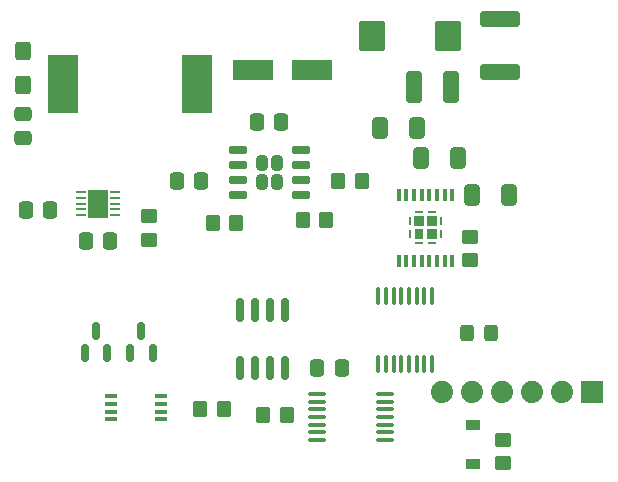
<source format=gbr>
%TF.GenerationSoftware,KiCad,Pcbnew,6.0.11-2627ca5db0~126~ubuntu22.04.1*%
%TF.CreationDate,2023-02-17T22:47:29-05:00*%
%TF.ProjectId,lin-valve-control,6c696e2d-7661-46c7-9665-2d636f6e7472,1.0*%
%TF.SameCoordinates,Original*%
%TF.FileFunction,Paste,Top*%
%TF.FilePolarity,Positive*%
%FSLAX46Y46*%
G04 Gerber Fmt 4.6, Leading zero omitted, Abs format (unit mm)*
G04 Created by KiCad (PCBNEW 6.0.11-2627ca5db0~126~ubuntu22.04.1) date 2023-02-17 22:47:29*
%MOMM*%
%LPD*%
G01*
G04 APERTURE LIST*
G04 Aperture macros list*
%AMRoundRect*
0 Rectangle with rounded corners*
0 $1 Rounding radius*
0 $2 $3 $4 $5 $6 $7 $8 $9 X,Y pos of 4 corners*
0 Add a 4 corners polygon primitive as box body*
4,1,4,$2,$3,$4,$5,$6,$7,$8,$9,$2,$3,0*
0 Add four circle primitives for the rounded corners*
1,1,$1+$1,$2,$3*
1,1,$1+$1,$4,$5*
1,1,$1+$1,$6,$7*
1,1,$1+$1,$8,$9*
0 Add four rect primitives between the rounded corners*
20,1,$1+$1,$2,$3,$4,$5,0*
20,1,$1+$1,$4,$5,$6,$7,0*
20,1,$1+$1,$6,$7,$8,$9,0*
20,1,$1+$1,$8,$9,$2,$3,0*%
G04 Aperture macros list end*
%ADD10RoundRect,0.100000X-0.637500X-0.100000X0.637500X-0.100000X0.637500X0.100000X-0.637500X0.100000X0*%
%ADD11RoundRect,0.100000X-0.100000X0.637500X-0.100000X-0.637500X0.100000X-0.637500X0.100000X0.637500X0*%
%ADD12RoundRect,0.250000X0.325000X0.450000X-0.325000X0.450000X-0.325000X-0.450000X0.325000X-0.450000X0*%
%ADD13R,1.100000X0.400000*%
%ADD14RoundRect,0.250000X0.450000X-0.350000X0.450000X0.350000X-0.450000X0.350000X-0.450000X-0.350000X0*%
%ADD15RoundRect,0.250000X0.350000X0.450000X-0.350000X0.450000X-0.350000X-0.450000X0.350000X-0.450000X0*%
%ADD16RoundRect,0.250000X-0.475000X0.337500X-0.475000X-0.337500X0.475000X-0.337500X0.475000X0.337500X0*%
%ADD17RoundRect,0.250000X1.450000X-0.400000X1.450000X0.400000X-1.450000X0.400000X-1.450000X-0.400000X0*%
%ADD18R,3.500000X1.800000*%
%ADD19RoundRect,0.250000X0.337500X0.475000X-0.337500X0.475000X-0.337500X-0.475000X0.337500X-0.475000X0*%
%ADD20RoundRect,0.250000X0.875000X1.025000X-0.875000X1.025000X-0.875000X-1.025000X0.875000X-1.025000X0*%
%ADD21RoundRect,0.250000X0.425000X-0.537500X0.425000X0.537500X-0.425000X0.537500X-0.425000X-0.537500X0*%
%ADD22RoundRect,0.150000X0.150000X-0.825000X0.150000X0.825000X-0.150000X0.825000X-0.150000X-0.825000X0*%
%ADD23RoundRect,0.150000X0.150000X-0.587500X0.150000X0.587500X-0.150000X0.587500X-0.150000X-0.587500X0*%
%ADD24RoundRect,0.250000X-0.412500X-0.650000X0.412500X-0.650000X0.412500X0.650000X-0.412500X0.650000X0*%
%ADD25RoundRect,0.250000X-0.337500X-0.475000X0.337500X-0.475000X0.337500X0.475000X-0.337500X0.475000X0*%
%ADD26RoundRect,0.250000X0.412500X0.650000X-0.412500X0.650000X-0.412500X-0.650000X0.412500X-0.650000X0*%
%ADD27RoundRect,0.250000X0.412500X1.100000X-0.412500X1.100000X-0.412500X-1.100000X0.412500X-1.100000X0*%
%ADD28RoundRect,0.250000X-0.350000X-0.450000X0.350000X-0.450000X0.350000X0.450000X-0.350000X0.450000X0*%
%ADD29R,2.590800X5.003800*%
%ADD30R,1.200000X0.900000*%
%ADD31RoundRect,0.242500X-0.242500X-0.402500X0.242500X-0.402500X0.242500X0.402500X-0.242500X0.402500X0*%
%ADD32RoundRect,0.150000X-0.650000X-0.150000X0.650000X-0.150000X0.650000X0.150000X-0.650000X0.150000X0*%
%ADD33R,0.812800X0.254000*%
%ADD34R,1.752600X2.489200*%
%ADD35R,1.879600X1.879600*%
%ADD36C,1.879600*%
%ADD37R,0.800000X0.250000*%
%ADD38R,0.850000X0.850000*%
%ADD39R,0.250000X0.800000*%
%ADD40R,0.800000X0.850000*%
%ADD41R,0.450000X1.050000*%
G04 APERTURE END LIST*
D10*
%TO.C,U2*%
X203237500Y-91975000D03*
X203237500Y-92625000D03*
X203237500Y-93275000D03*
X203237500Y-93925000D03*
X203237500Y-94575000D03*
X203237500Y-95225000D03*
X203237500Y-95875000D03*
X208962500Y-95875000D03*
X208962500Y-95225000D03*
X208962500Y-94575000D03*
X208962500Y-93925000D03*
X208962500Y-93275000D03*
X208962500Y-92625000D03*
X208962500Y-91975000D03*
%TD*%
D11*
%TO.C,U6*%
X212950000Y-83675000D03*
X212300000Y-83675000D03*
X211650000Y-83675000D03*
X211000000Y-83675000D03*
X210350000Y-83675000D03*
X209700000Y-83675000D03*
X209050000Y-83675000D03*
X208400000Y-83675000D03*
X208400000Y-89400000D03*
X209050000Y-89400000D03*
X209700000Y-89400000D03*
X210350000Y-89400000D03*
X211000000Y-89400000D03*
X211650000Y-89400000D03*
X212300000Y-89400000D03*
X212950000Y-89400000D03*
%TD*%
D12*
%TO.C,D3*%
X217950000Y-86800000D03*
X215900000Y-86800000D03*
%TD*%
D13*
%TO.C,U3*%
X185750000Y-92175000D03*
X185750000Y-92825000D03*
X185750000Y-93475000D03*
X185750000Y-94125000D03*
X190050000Y-94125000D03*
X190050000Y-93475000D03*
X190050000Y-92825000D03*
X190050000Y-92175000D03*
%TD*%
D14*
%TO.C,R23*%
X216200000Y-80650000D03*
X216200000Y-78650000D03*
%TD*%
D15*
%TO.C,R12*%
X207000000Y-73900000D03*
X205000000Y-73900000D03*
%TD*%
D16*
%TO.C,C10*%
X178350000Y-68262500D03*
X178350000Y-70337500D03*
%TD*%
D14*
%TO.C,R5*%
X218925000Y-97850000D03*
X218925000Y-95850000D03*
%TD*%
D17*
%TO.C,F1*%
X218700000Y-64700000D03*
X218700000Y-60250000D03*
%TD*%
D18*
%TO.C,D2*%
X197800000Y-64500000D03*
X202800000Y-64500000D03*
%TD*%
D19*
%TO.C,C11*%
X180625000Y-76400000D03*
X178550000Y-76400000D03*
%TD*%
%TO.C,C5*%
X200200000Y-68900000D03*
X198125000Y-68900000D03*
%TD*%
D20*
%TO.C,C12*%
X214300000Y-61700000D03*
X207900000Y-61700000D03*
%TD*%
D21*
%TO.C,C9*%
X178350000Y-65787500D03*
X178350000Y-62912500D03*
%TD*%
D22*
%TO.C,U1*%
X196670000Y-89800000D03*
X197940000Y-89800000D03*
X199210000Y-89800000D03*
X200480000Y-89800000D03*
X200480000Y-84850000D03*
X199210000Y-84850000D03*
X197940000Y-84850000D03*
X196670000Y-84850000D03*
%TD*%
D23*
%TO.C,Q1*%
X187400000Y-88475000D03*
X189300000Y-88475000D03*
X188350000Y-86600000D03*
%TD*%
D24*
%TO.C,C13*%
X216350000Y-75150000D03*
X219475000Y-75150000D03*
%TD*%
D25*
%TO.C,C3*%
X183637500Y-78975000D03*
X185712500Y-78975000D03*
%TD*%
D26*
%TO.C,C14*%
X215150000Y-71950000D03*
X212025000Y-71950000D03*
%TD*%
D19*
%TO.C,C6*%
X193437500Y-73900000D03*
X191362500Y-73900000D03*
%TD*%
D27*
%TO.C,C4*%
X214525000Y-66000000D03*
X211400000Y-66000000D03*
%TD*%
D28*
%TO.C,R1*%
X193325000Y-93250000D03*
X195325000Y-93250000D03*
%TD*%
D19*
%TO.C,C1*%
X205300000Y-89775000D03*
X203225000Y-89775000D03*
%TD*%
D28*
%TO.C,R16*%
X194400000Y-77500000D03*
X196400000Y-77500000D03*
%TD*%
D29*
%TO.C,L1*%
X193100000Y-65700000D03*
X181695400Y-65700000D03*
%TD*%
D14*
%TO.C,R10*%
X188975000Y-78900000D03*
X188975000Y-76900000D03*
%TD*%
D24*
%TO.C,C15*%
X208575000Y-69475000D03*
X211700000Y-69475000D03*
%TD*%
D30*
%TO.C,D1*%
X216400000Y-97875000D03*
X216400000Y-94575000D03*
%TD*%
D31*
%TO.C,U5*%
X198600000Y-72400000D03*
X198600000Y-74000000D03*
X199800000Y-74000000D03*
X199800000Y-72400000D03*
D32*
X196550000Y-71295000D03*
X196550000Y-72565000D03*
X196550000Y-73835000D03*
X196550000Y-75105000D03*
X201850000Y-75105000D03*
X201850000Y-73835000D03*
X201850000Y-72565000D03*
X201850000Y-71295000D03*
%TD*%
D33*
%TO.C,U4*%
X183252200Y-74849999D03*
X183252200Y-75350001D03*
X183252200Y-75850000D03*
X183252200Y-76349999D03*
X183252200Y-76850001D03*
X186147800Y-76850001D03*
X186147800Y-76349999D03*
X186147800Y-75850000D03*
X186147800Y-75350001D03*
X186147800Y-74849999D03*
D34*
X184700000Y-75850000D03*
%TD*%
D23*
%TO.C,Q2*%
X183550000Y-88525000D03*
X185450000Y-88525000D03*
X184500000Y-86650000D03*
%TD*%
D28*
%TO.C,R14*%
X202000000Y-77200000D03*
X204000000Y-77200000D03*
%TD*%
%TO.C,R2*%
X198675000Y-93775000D03*
X200675000Y-93775000D03*
%TD*%
D35*
%TO.C,J1*%
X226520000Y-91800000D03*
D36*
X223980000Y-91800000D03*
X221440000Y-91800000D03*
X218900000Y-91800000D03*
X216360000Y-91800000D03*
X213820000Y-91800000D03*
%TD*%
D37*
%TO.C,U7*%
X211850000Y-76575000D03*
X211850000Y-79225000D03*
D38*
X212950000Y-77350000D03*
X212950000Y-78450000D03*
D37*
X212950000Y-76575000D03*
D39*
X213725000Y-77350000D03*
X211075000Y-77350000D03*
D40*
X211850000Y-78450000D03*
D39*
X213725000Y-78450000D03*
D38*
X211850000Y-77350000D03*
D37*
X212950000Y-79225000D03*
D39*
X211075000Y-78450000D03*
D41*
X210125000Y-80675000D03*
X210775000Y-80675000D03*
X211425000Y-80675000D03*
X212075000Y-80675000D03*
X212725000Y-80675000D03*
X213375000Y-80675000D03*
X214025000Y-80675000D03*
X214675000Y-80675000D03*
X214675000Y-75125000D03*
X214025000Y-75125000D03*
X213375000Y-75125000D03*
X212725000Y-75125000D03*
X212075000Y-75125000D03*
X211425000Y-75125000D03*
X210775000Y-75125000D03*
X210125000Y-75125000D03*
%TD*%
M02*

</source>
